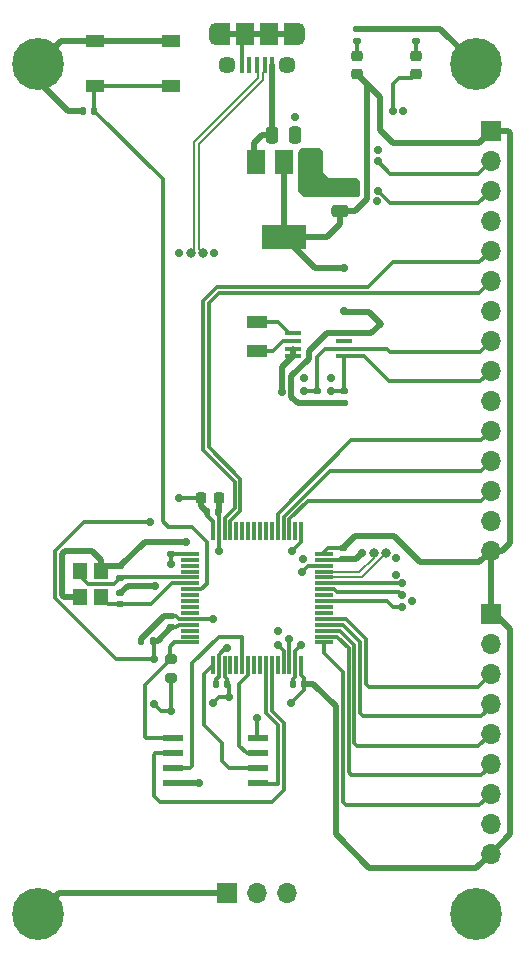
<source format=gbr>
%TF.GenerationSoftware,KiCad,Pcbnew,(6.0.9)*%
%TF.CreationDate,2022-12-01T17:51:06-05:00*%
%TF.ProjectId,cdh-devkit,6364682d-6465-4766-9b69-742e6b696361,rev?*%
%TF.SameCoordinates,Original*%
%TF.FileFunction,Copper,L1,Top*%
%TF.FilePolarity,Positive*%
%FSLAX46Y46*%
G04 Gerber Fmt 4.6, Leading zero omitted, Abs format (unit mm)*
G04 Created by KiCad (PCBNEW (6.0.9)) date 2022-12-01 17:51:06*
%MOMM*%
%LPD*%
G01*
G04 APERTURE LIST*
G04 Aperture macros list*
%AMRoundRect*
0 Rectangle with rounded corners*
0 $1 Rounding radius*
0 $2 $3 $4 $5 $6 $7 $8 $9 X,Y pos of 4 corners*
0 Add a 4 corners polygon primitive as box body*
4,1,4,$2,$3,$4,$5,$6,$7,$8,$9,$2,$3,0*
0 Add four circle primitives for the rounded corners*
1,1,$1+$1,$2,$3*
1,1,$1+$1,$4,$5*
1,1,$1+$1,$6,$7*
1,1,$1+$1,$8,$9*
0 Add four rect primitives between the rounded corners*
20,1,$1+$1,$2,$3,$4,$5,0*
20,1,$1+$1,$4,$5,$6,$7,0*
20,1,$1+$1,$6,$7,$8,$9,0*
20,1,$1+$1,$8,$9,$2,$3,0*%
G04 Aperture macros list end*
%TA.AperFunction,SMDPad,CuDef*%
%ADD10R,1.500000X1.900000*%
%TD*%
%TA.AperFunction,ComponentPad*%
%ADD11C,1.450000*%
%TD*%
%TA.AperFunction,SMDPad,CuDef*%
%ADD12R,1.200000X1.900000*%
%TD*%
%TA.AperFunction,ComponentPad*%
%ADD13O,1.200000X1.900000*%
%TD*%
%TA.AperFunction,SMDPad,CuDef*%
%ADD14R,0.400000X1.350000*%
%TD*%
%TA.AperFunction,ComponentPad*%
%ADD15C,4.400000*%
%TD*%
%TA.AperFunction,SMDPad,CuDef*%
%ADD16R,1.600000X1.000000*%
%TD*%
%TA.AperFunction,ComponentPad*%
%ADD17R,1.700000X1.700000*%
%TD*%
%TA.AperFunction,ComponentPad*%
%ADD18O,1.700000X1.700000*%
%TD*%
%TA.AperFunction,SMDPad,CuDef*%
%ADD19RoundRect,0.250000X-0.250000X-0.475000X0.250000X-0.475000X0.250000X0.475000X-0.250000X0.475000X0*%
%TD*%
%TA.AperFunction,SMDPad,CuDef*%
%ADD20RoundRect,0.200000X0.275000X-0.200000X0.275000X0.200000X-0.275000X0.200000X-0.275000X-0.200000X0*%
%TD*%
%TA.AperFunction,SMDPad,CuDef*%
%ADD21RoundRect,0.140000X0.140000X0.170000X-0.140000X0.170000X-0.140000X-0.170000X0.140000X-0.170000X0*%
%TD*%
%TA.AperFunction,SMDPad,CuDef*%
%ADD22RoundRect,0.135000X0.185000X-0.135000X0.185000X0.135000X-0.185000X0.135000X-0.185000X-0.135000X0*%
%TD*%
%TA.AperFunction,SMDPad,CuDef*%
%ADD23R,1.371600X0.406400*%
%TD*%
%TA.AperFunction,SMDPad,CuDef*%
%ADD24RoundRect,0.140000X-0.140000X-0.170000X0.140000X-0.170000X0.140000X0.170000X-0.140000X0.170000X0*%
%TD*%
%TA.AperFunction,SMDPad,CuDef*%
%ADD25RoundRect,0.140000X0.170000X-0.140000X0.170000X0.140000X-0.170000X0.140000X-0.170000X-0.140000X0*%
%TD*%
%TA.AperFunction,SMDPad,CuDef*%
%ADD26RoundRect,0.225000X-0.225000X-0.250000X0.225000X-0.250000X0.225000X0.250000X-0.225000X0.250000X0*%
%TD*%
%TA.AperFunction,SMDPad,CuDef*%
%ADD27RoundRect,0.140000X-0.170000X0.140000X-0.170000X-0.140000X0.170000X-0.140000X0.170000X0.140000X0*%
%TD*%
%TA.AperFunction,SMDPad,CuDef*%
%ADD28R,1.200000X1.400000*%
%TD*%
%TA.AperFunction,SMDPad,CuDef*%
%ADD29RoundRect,0.075000X-0.700000X-0.075000X0.700000X-0.075000X0.700000X0.075000X-0.700000X0.075000X0*%
%TD*%
%TA.AperFunction,SMDPad,CuDef*%
%ADD30RoundRect,0.075000X-0.075000X-0.700000X0.075000X-0.700000X0.075000X0.700000X-0.075000X0.700000X0*%
%TD*%
%TA.AperFunction,SMDPad,CuDef*%
%ADD31RoundRect,0.040600X-0.764400X-0.249400X0.764400X-0.249400X0.764400X0.249400X-0.764400X0.249400X0*%
%TD*%
%TA.AperFunction,SMDPad,CuDef*%
%ADD32RoundRect,0.218750X-0.256250X0.218750X-0.256250X-0.218750X0.256250X-0.218750X0.256250X0.218750X0*%
%TD*%
%TA.AperFunction,SMDPad,CuDef*%
%ADD33R,1.800000X1.000000*%
%TD*%
%TA.AperFunction,SMDPad,CuDef*%
%ADD34RoundRect,0.135000X-0.185000X0.135000X-0.185000X-0.135000X0.185000X-0.135000X0.185000X0.135000X0*%
%TD*%
%TA.AperFunction,SMDPad,CuDef*%
%ADD35R,1.500000X2.000000*%
%TD*%
%TA.AperFunction,SMDPad,CuDef*%
%ADD36R,3.800000X2.000000*%
%TD*%
%TA.AperFunction,SMDPad,CuDef*%
%ADD37RoundRect,0.250000X0.475000X-0.250000X0.475000X0.250000X-0.475000X0.250000X-0.475000X-0.250000X0*%
%TD*%
%TA.AperFunction,ViaPad*%
%ADD38C,0.700000*%
%TD*%
%TA.AperFunction,ViaPad*%
%ADD39C,0.800000*%
%TD*%
%TA.AperFunction,Conductor*%
%ADD40C,0.500000*%
%TD*%
%TA.AperFunction,Conductor*%
%ADD41C,0.200000*%
%TD*%
%TA.AperFunction,Conductor*%
%ADD42C,0.300000*%
%TD*%
G04 APERTURE END LIST*
D10*
%TO.P,J4,6,Shield*%
%TO.N,GND*%
X36500000Y-16452500D03*
D11*
X35000000Y-19152500D03*
D12*
X40400000Y-16452500D03*
D13*
X41000000Y-16452500D03*
D11*
X40000000Y-19152500D03*
D13*
X34000000Y-16452500D03*
D12*
X34600000Y-16452500D03*
D10*
X38500000Y-16452500D03*
D14*
%TO.P,J4,5,GND*%
X36200000Y-19152500D03*
%TO.P,J4,4,ID*%
%TO.N,unconnected-(J4-Pad4)*%
X36850000Y-19152500D03*
%TO.P,J4,3,D+*%
%TO.N,D+*%
X37500000Y-19152500D03*
%TO.P,J4,2,D-*%
%TO.N,D-*%
X38150000Y-19152500D03*
%TO.P,J4,1,VBUS*%
%TO.N,VBUS*%
X38800000Y-19152500D03*
%TD*%
D15*
%TO.P,H1,1,1*%
%TO.N,GND*%
X19000000Y-19000000D03*
%TD*%
D16*
%TO.P,S1,1*%
%TO.N,Net-(C11-Pad1)*%
X30200000Y-20900000D03*
%TO.P,S1,2*%
X23800000Y-20900000D03*
%TO.P,S1,3*%
%TO.N,GND*%
X30200000Y-17100000D03*
%TO.P,S1,4*%
X23800000Y-17100000D03*
%TD*%
D17*
%TO.P,J3,1,Pin_1*%
%TO.N,+3.3V*%
X57280262Y-65560000D03*
D18*
%TO.P,J3,2,Pin_2*%
%TO.N,GND*%
X57280262Y-68100000D03*
%TO.P,J3,3,Pin_3*%
%TO.N,GPIO_1*%
X57280262Y-70640000D03*
%TO.P,J3,4,Pin_4*%
%TO.N,GPIO_2*%
X57280262Y-73180000D03*
%TO.P,J3,5,Pin_5*%
%TO.N,GPIO_3*%
X57280262Y-75720000D03*
%TO.P,J3,6,Pin_6*%
%TO.N,GPIO_4*%
X57280262Y-78260000D03*
%TO.P,J3,7,Pin_7*%
%TO.N,GPIO_5*%
X57280262Y-80800000D03*
%TO.P,J3,8,Pin_8*%
%TO.N,GND*%
X57280262Y-83340000D03*
%TO.P,J3,9,Pin_9*%
%TO.N,+3.3V*%
X57280262Y-85880000D03*
%TD*%
D15*
%TO.P,H2,1,1*%
%TO.N,GND*%
X56000000Y-91000000D03*
%TD*%
%TO.P,H4,1,1*%
%TO.N,GND*%
X19000000Y-91000000D03*
%TD*%
D19*
%TO.P,C2,1*%
%TO.N,VBUS*%
X38800000Y-25000000D03*
%TO.P,C2,2*%
%TO.N,GND*%
X40700000Y-25000000D03*
%TD*%
D20*
%TO.P,R5,1*%
%TO.N,+3.3V*%
X30200000Y-71025000D03*
%TO.P,R5,2*%
%TO.N,QSPI_NCS*%
X30200000Y-69375000D03*
%TD*%
D21*
%TO.P,C7,1*%
%TO.N,+3.3V*%
X34980000Y-71500000D03*
%TO.P,C7,2*%
%TO.N,GND*%
X34020000Y-71500000D03*
%TD*%
D17*
%TO.P,J1,1,Pin_1*%
%TO.N,GND*%
X34975000Y-89250000D03*
D18*
%TO.P,J1,2,Pin_2*%
%TO.N,SWCLK*%
X37515000Y-89250000D03*
%TO.P,J1,3,Pin_3*%
%TO.N,SWDIO*%
X40055000Y-89250000D03*
%TD*%
D22*
%TO.P,R1,1*%
%TO.N,/USB_LED_K*%
X51000000Y-17045000D03*
%TO.P,R1,2*%
%TO.N,GND*%
X51000000Y-16025000D03*
%TD*%
D23*
%TO.P,U4,1,X1*%
%TO.N,Net-(U4-Pad1)*%
X40515600Y-41809400D03*
%TO.P,U4,2,X2*%
%TO.N,Net-(U4-Pad2)*%
X40515600Y-42469800D03*
%TO.P,U4,3,VBACKUP*%
%TO.N,GND*%
X40515600Y-43130200D03*
%TO.P,U4,4,GND*%
X40515600Y-43790600D03*
%TO.P,U4,5,SDA*%
%TO.N,I2C_SDA*%
X44884400Y-43790600D03*
%TO.P,U4,6,SCL*%
%TO.N,I2C_SCL*%
X44884400Y-43130200D03*
%TO.P,U4,7,SQW/INT#*%
%TO.N,unconnected-(U4-Pad7)*%
X44884400Y-42469800D03*
%TO.P,U4,8,VCC*%
%TO.N,+3.3V*%
X44884400Y-41809400D03*
%TD*%
D21*
%TO.P,C9,1*%
%TO.N,+3.3V*%
X41480000Y-71500000D03*
%TO.P,C9,2*%
%TO.N,GND*%
X40520000Y-71500000D03*
%TD*%
D17*
%TO.P,J2,1,Pin_1*%
%TO.N,+3.3V*%
X57280262Y-24680000D03*
D18*
%TO.P,J2,2,Pin_2*%
%TO.N,UART_TX*%
X57280262Y-27220000D03*
%TO.P,J2,3,Pin_3*%
%TO.N,UART_RX*%
X57280262Y-29760000D03*
%TO.P,J2,4,Pin_4*%
%TO.N,GND*%
X57280262Y-32300000D03*
%TO.P,J2,5,Pin_5*%
%TO.N,CAN_TX*%
X57280262Y-34840000D03*
%TO.P,J2,6,Pin_6*%
%TO.N,CAN_RX*%
X57280262Y-37380000D03*
%TO.P,J2,7,Pin_7*%
%TO.N,GND*%
X57280262Y-39920000D03*
%TO.P,J2,8,Pin_8*%
%TO.N,I2C_SCL*%
X57280262Y-42460000D03*
%TO.P,J2,9,Pin_9*%
%TO.N,I2C_SDA*%
X57280262Y-45000000D03*
%TO.P,J2,10,Pin_10*%
%TO.N,GND*%
X57280262Y-47540000D03*
%TO.P,J2,11,Pin_11*%
%TO.N,SPI_MOSI*%
X57280262Y-50080000D03*
%TO.P,J2,12,Pin_12*%
%TO.N,SPI_MISO*%
X57280262Y-52620000D03*
%TO.P,J2,13,Pin_13*%
%TO.N,SPI_SCK*%
X57280262Y-55160000D03*
%TO.P,J2,14,Pin_14*%
%TO.N,GND*%
X57280262Y-57700000D03*
%TO.P,J2,15,Pin_15*%
%TO.N,+3.3V*%
X57280262Y-60240000D03*
%TD*%
D24*
%TO.P,C10,1*%
%TO.N,+3.3V*%
X33270000Y-57000000D03*
%TO.P,C10,2*%
%TO.N,GND*%
X34230000Y-57000000D03*
%TD*%
D15*
%TO.P,H3,1,1*%
%TO.N,GND*%
X56000000Y-19000000D03*
%TD*%
D22*
%TO.P,R2,1*%
%TO.N,/PWR_LED_K*%
X46000000Y-17045000D03*
%TO.P,R2,2*%
%TO.N,GND*%
X46000000Y-16025000D03*
%TD*%
D25*
%TO.P,C8,1*%
%TO.N,/OSC_OUT*%
X25925000Y-64780000D03*
%TO.P,C8,2*%
%TO.N,GND*%
X25925000Y-63820000D03*
%TD*%
D26*
%TO.P,C1,1*%
%TO.N,+3.3V*%
X32725000Y-55750000D03*
%TO.P,C1,2*%
%TO.N,GND*%
X34275000Y-55750000D03*
%TD*%
D27*
%TO.P,C3,1*%
%TO.N,+3.3V*%
X44750000Y-60020000D03*
%TO.P,C3,2*%
%TO.N,GND*%
X44750000Y-60980000D03*
%TD*%
D28*
%TO.P,Y1,1,1*%
%TO.N,/OSC_IN*%
X22550000Y-61975000D03*
%TO.P,Y1,2,2*%
%TO.N,GND*%
X22550000Y-64175000D03*
%TO.P,Y1,3,3*%
%TO.N,/OSC_OUT*%
X24250000Y-64175000D03*
%TO.P,Y1,4,4*%
%TO.N,GND*%
X24250000Y-61975000D03*
%TD*%
D29*
%TO.P,U2,1,VBAT*%
%TO.N,+3.3V*%
X31825000Y-60500000D03*
%TO.P,U2,2,PC13*%
%TO.N,unconnected-(U2-Pad2)*%
X31825000Y-61000000D03*
%TO.P,U2,3,PC14*%
%TO.N,unconnected-(U2-Pad3)*%
X31825000Y-61500000D03*
%TO.P,U2,4,PC15*%
%TO.N,unconnected-(U2-Pad4)*%
X31825000Y-62000000D03*
%TO.P,U2,5,PH0*%
%TO.N,/OSC_IN*%
X31825000Y-62500000D03*
%TO.P,U2,6,PH1*%
%TO.N,/OSC_OUT*%
X31825000Y-63000000D03*
%TO.P,U2,7,NRST*%
%TO.N,Net-(C11-Pad1)*%
X31825000Y-63500000D03*
%TO.P,U2,8,PC0*%
%TO.N,unconnected-(U2-Pad8)*%
X31825000Y-64000000D03*
%TO.P,U2,9,PC1*%
%TO.N,unconnected-(U2-Pad9)*%
X31825000Y-64500000D03*
%TO.P,U2,10,PC2*%
%TO.N,unconnected-(U2-Pad10)*%
X31825000Y-65000000D03*
%TO.P,U2,11,PC3*%
%TO.N,unconnected-(U2-Pad11)*%
X31825000Y-65500000D03*
%TO.P,U2,12,VSSA*%
%TO.N,GND*%
X31825000Y-66000000D03*
%TO.P,U2,13,VDDA*%
%TO.N,+3.3V*%
X31825000Y-66500000D03*
%TO.P,U2,14,PA0*%
%TO.N,unconnected-(U2-Pad14)*%
X31825000Y-67000000D03*
%TO.P,U2,15,PA1*%
%TO.N,unconnected-(U2-Pad15)*%
X31825000Y-67500000D03*
%TO.P,U2,16,PA2*%
%TO.N,QSPI_NCS*%
X31825000Y-68000000D03*
D30*
%TO.P,U2,17,PA3*%
%TO.N,QSPI_CLK*%
X33750000Y-69925000D03*
%TO.P,U2,18,VSS*%
%TO.N,GND*%
X34250000Y-69925000D03*
%TO.P,U2,19,VDD*%
%TO.N,+3.3V*%
X34750000Y-69925000D03*
%TO.P,U2,20,PA4*%
%TO.N,unconnected-(U2-Pad20)*%
X35250000Y-69925000D03*
%TO.P,U2,21,PA5*%
%TO.N,unconnected-(U2-Pad21)*%
X35750000Y-69925000D03*
%TO.P,U2,22,PA6*%
%TO.N,QSPI_IO_2*%
X36250000Y-69925000D03*
%TO.P,U2,23,PA7*%
%TO.N,QSPI_IO_3*%
X36750000Y-69925000D03*
%TO.P,U2,24,PC4*%
%TO.N,unconnected-(U2-Pad24)*%
X37250000Y-69925000D03*
%TO.P,U2,25,PC5*%
%TO.N,unconnected-(U2-Pad25)*%
X37750000Y-69925000D03*
%TO.P,U2,26,PB0*%
%TO.N,QSPI_IO_0*%
X38250000Y-69925000D03*
%TO.P,U2,27,PB1*%
%TO.N,QSPI_IO_1*%
X38750000Y-69925000D03*
%TO.P,U2,28,PB2*%
%TO.N,unconnected-(U2-Pad28)*%
X39250000Y-69925000D03*
%TO.P,U2,29,PB10*%
%TO.N,I2C_SCL*%
X39750000Y-69925000D03*
%TO.P,U2,30,PB11*%
%TO.N,I2C_SDA*%
X40250000Y-69925000D03*
%TO.P,U2,31,VSS*%
%TO.N,GND*%
X40750000Y-69925000D03*
%TO.P,U2,32,VDD*%
%TO.N,+3.3V*%
X41250000Y-69925000D03*
D29*
%TO.P,U2,33,PB12*%
%TO.N,GPIO_5*%
X43175000Y-68000000D03*
%TO.P,U2,34,PB13*%
%TO.N,GPIO_4*%
X43175000Y-67500000D03*
%TO.P,U2,35,PB14*%
%TO.N,GPIO_3*%
X43175000Y-67000000D03*
%TO.P,U2,36,PB15*%
%TO.N,GPIO_2*%
X43175000Y-66500000D03*
%TO.P,U2,37,PC6*%
%TO.N,GPIO_1*%
X43175000Y-66000000D03*
%TO.P,U2,38,PC7*%
%TO.N,unconnected-(U2-Pad38)*%
X43175000Y-65500000D03*
%TO.P,U2,39,PC8*%
%TO.N,unconnected-(U2-Pad39)*%
X43175000Y-65000000D03*
%TO.P,U2,40,PC9*%
%TO.N,/USB_NOE*%
X43175000Y-64500000D03*
%TO.P,U2,41,PA8*%
%TO.N,unconnected-(U2-Pad41)*%
X43175000Y-64000000D03*
%TO.P,U2,42,PA9*%
%TO.N,UART_TX*%
X43175000Y-63500000D03*
%TO.P,U2,43,PA10*%
%TO.N,UART_RX*%
X43175000Y-63000000D03*
%TO.P,U2,44,PA11*%
%TO.N,D-*%
X43175000Y-62500000D03*
%TO.P,U2,45,PA12*%
%TO.N,D+*%
X43175000Y-62000000D03*
%TO.P,U2,46,PA13*%
%TO.N,SWDIO*%
X43175000Y-61500000D03*
%TO.P,U2,47,VSS*%
%TO.N,GND*%
X43175000Y-61000000D03*
%TO.P,U2,48,VDDUSB*%
%TO.N,+3.3V*%
X43175000Y-60500000D03*
D30*
%TO.P,U2,49,PA14*%
%TO.N,SWCLK*%
X41250000Y-58575000D03*
%TO.P,U2,50,PA15*%
%TO.N,unconnected-(U2-Pad50)*%
X40750000Y-58575000D03*
%TO.P,U2,51,PC10*%
%TO.N,SPI_SCK*%
X40250000Y-58575000D03*
%TO.P,U2,52,PC11*%
%TO.N,SPI_MISO*%
X39750000Y-58575000D03*
%TO.P,U2,53,PC12*%
%TO.N,SPI_MOSI*%
X39250000Y-58575000D03*
%TO.P,U2,54,PD2*%
%TO.N,unconnected-(U2-Pad54)*%
X38750000Y-58575000D03*
%TO.P,U2,55,PB3*%
%TO.N,unconnected-(U2-Pad55)*%
X38250000Y-58575000D03*
%TO.P,U2,56,PB4*%
%TO.N,unconnected-(U2-Pad56)*%
X37750000Y-58575000D03*
%TO.P,U2,57,PB5*%
%TO.N,unconnected-(U2-Pad57)*%
X37250000Y-58575000D03*
%TO.P,U2,58,PB6*%
%TO.N,unconnected-(U2-Pad58)*%
X36750000Y-58575000D03*
%TO.P,U2,59,PB7*%
%TO.N,unconnected-(U2-Pad59)*%
X36250000Y-58575000D03*
%TO.P,U2,60,PH3*%
%TO.N,unconnected-(U2-Pad60)*%
X35750000Y-58575000D03*
%TO.P,U2,61,PB8*%
%TO.N,CAN_RX*%
X35250000Y-58575000D03*
%TO.P,U2,62,PB9*%
%TO.N,CAN_TX*%
X34750000Y-58575000D03*
%TO.P,U2,63,VSS*%
%TO.N,GND*%
X34250000Y-58575000D03*
%TO.P,U2,64,VDD*%
%TO.N,+3.3V*%
X33750000Y-58575000D03*
%TD*%
D21*
%TO.P,C13,1*%
%TO.N,+3.3V*%
X28680000Y-67900000D03*
%TO.P,C13,2*%
%TO.N,GND*%
X27720000Y-67900000D03*
%TD*%
D31*
%TO.P,U3,1,CS#*%
%TO.N,QSPI_NCS*%
X30395000Y-76095000D03*
%TO.P,U3,2,SIO1*%
%TO.N,QSPI_IO_1*%
X30395000Y-77365000D03*
%TO.P,U3,3,SIO2*%
%TO.N,QSPI_IO_2*%
X30395000Y-78635000D03*
%TO.P,U3,4,GND*%
%TO.N,GND*%
X30395000Y-79905000D03*
%TO.P,U3,5,SIO0*%
%TO.N,QSPI_IO_0*%
X37605000Y-79905000D03*
%TO.P,U3,6,SCLK*%
%TO.N,QSPI_CLK*%
X37605000Y-78635000D03*
%TO.P,U3,7,SIO3*%
%TO.N,QSPI_IO_3*%
X37605000Y-77365000D03*
%TO.P,U3,8,VCC*%
%TO.N,+3.3V*%
X37605000Y-76095000D03*
%TD*%
D32*
%TO.P,D2,1,K*%
%TO.N,/USB_LED_K*%
X51000000Y-18312500D03*
%TO.P,D2,2,A*%
%TO.N,/USB_NOE*%
X51000000Y-19887500D03*
%TD*%
D25*
%TO.P,C5,1*%
%TO.N,+3.3V*%
X30250000Y-60480000D03*
%TO.P,C5,2*%
%TO.N,GND*%
X30250000Y-59520000D03*
%TD*%
D33*
%TO.P,Y2,1*%
%TO.N,Net-(U4-Pad1)*%
X37500000Y-40850000D03*
%TO.P,Y2,2*%
%TO.N,Net-(U4-Pad2)*%
X37500000Y-43350000D03*
%TD*%
D34*
%TO.P,R3,1*%
%TO.N,I2C_SDA*%
X44900000Y-46740000D03*
%TO.P,R3,2*%
%TO.N,+3.3V*%
X44900000Y-47760000D03*
%TD*%
D25*
%TO.P,C12,1*%
%TO.N,+3.3V*%
X30250000Y-66730000D03*
%TO.P,C12,2*%
%TO.N,GND*%
X30250000Y-65770000D03*
%TD*%
D21*
%TO.P,C11,1*%
%TO.N,Net-(C11-Pad1)*%
X23730000Y-23000000D03*
%TO.P,C11,2*%
%TO.N,GND*%
X22770000Y-23000000D03*
%TD*%
D35*
%TO.P,U1,1,GND*%
%TO.N,GND*%
X42050000Y-27350000D03*
%TO.P,U1,2,VO*%
%TO.N,+3.3V*%
X39750000Y-27350000D03*
D36*
X39750000Y-33650000D03*
D35*
%TO.P,U1,3,VI*%
%TO.N,VBUS*%
X37450000Y-27350000D03*
%TD*%
D34*
%TO.P,R4,1*%
%TO.N,I2C_SCL*%
X42600000Y-46750000D03*
%TO.P,R4,2*%
%TO.N,+3.3V*%
X42600000Y-47770000D03*
%TD*%
D32*
%TO.P,D1,1,K*%
%TO.N,/PWR_LED_K*%
X46000000Y-18312500D03*
%TO.P,D1,2,A*%
%TO.N,+3.3V*%
X46000000Y-19887500D03*
%TD*%
D25*
%TO.P,C4,1*%
%TO.N,/OSC_IN*%
X25925000Y-62530000D03*
%TO.P,C4,2*%
%TO.N,GND*%
X25925000Y-61570000D03*
%TD*%
D37*
%TO.P,C6,1*%
%TO.N,+3.3V*%
X44500000Y-31450000D03*
%TO.P,C6,2*%
%TO.N,GND*%
X44500000Y-29550000D03*
%TD*%
D38*
%TO.N,GND*%
X47655378Y-30644622D03*
X45900000Y-29600000D03*
X42500000Y-29000000D03*
X41600000Y-29000000D03*
X30925497Y-35000000D03*
X33874503Y-35000000D03*
D39*
%TO.N,D+*%
X47375000Y-60400000D03*
%TO.N,D-*%
X48425000Y-60400000D03*
%TO.N,D+*%
X31875000Y-35000000D03*
%TO.N,D-*%
X32925000Y-35000000D03*
D38*
%TO.N,+3.3V*%
X28400000Y-57800000D03*
X28800000Y-69400000D03*
X28800000Y-73200000D03*
X30200000Y-61400000D03*
X30200000Y-73800000D03*
X35100000Y-72600000D03*
X40400000Y-73100000D03*
X30900000Y-55800000D03*
X37500000Y-74400000D03*
X44900000Y-39900000D03*
X33800000Y-73100000D03*
X44900000Y-36300000D03*
%TO.N,GND*%
X32600000Y-79900000D03*
X41250000Y-68250000D03*
X39600500Y-46788661D03*
X41500000Y-45600000D03*
X28900000Y-63200000D03*
X34250000Y-60250000D03*
X49899503Y-23000000D03*
X33750000Y-66000000D03*
X31500000Y-59500000D03*
X39250000Y-67000000D03*
X41400000Y-60900000D03*
X43750000Y-45600000D03*
X47750000Y-26350497D03*
X50600000Y-64500000D03*
X49227521Y-62267798D03*
X35000000Y-68500000D03*
X49241849Y-60884059D03*
X46425497Y-60400000D03*
X40750000Y-23500000D03*
%TO.N,UART_TX*%
X49750000Y-64000000D03*
X47750000Y-27250000D03*
%TO.N,UART_RX*%
X47750000Y-29750000D03*
X49750000Y-63000000D03*
%TO.N,I2C_SDA*%
X40250000Y-67750000D03*
X43750000Y-46750000D03*
%TO.N,I2C_SCL*%
X41500000Y-46750000D03*
X39250000Y-68250000D03*
%TO.N,SWDIO*%
X41300000Y-62000000D03*
%TO.N,SWCLK*%
X40500000Y-60250000D03*
%TO.N,/USB_NOE*%
X49750000Y-65000000D03*
X49000000Y-23000000D03*
%TD*%
D40*
%TO.N,+3.3V*%
X57280262Y-65560000D02*
X57610000Y-65560000D01*
X57610000Y-65560000D02*
X58900000Y-66850000D01*
X58900000Y-66850000D02*
X58900000Y-84260262D01*
X58900000Y-84260262D02*
X57280262Y-85880000D01*
X58900000Y-24860000D02*
X58720000Y-24680000D01*
X58720000Y-24680000D02*
X57280262Y-24680000D01*
X58900000Y-24860000D02*
X58900000Y-59600000D01*
X58900000Y-59600000D02*
X58260000Y-60240000D01*
X58260000Y-60240000D02*
X57280262Y-60240000D01*
X57280262Y-60240000D02*
X56320262Y-61200000D01*
X56320262Y-61200000D02*
X51300000Y-61200000D01*
X51300000Y-61200000D02*
X49100000Y-59000000D01*
X49100000Y-59000000D02*
X45770000Y-59000000D01*
X45770000Y-59000000D02*
X44750000Y-60020000D01*
X44500000Y-31450000D02*
X45800000Y-31450000D01*
X45800000Y-31450000D02*
X46800000Y-30450000D01*
X46800000Y-30450000D02*
X46800000Y-20687500D01*
X46800000Y-20687500D02*
X46000000Y-19887500D01*
%TO.N,GND*%
X46425497Y-60400000D02*
X45845497Y-60980000D01*
X45845497Y-60980000D02*
X44750000Y-60980000D01*
D41*
%TO.N,D+*%
X47375000Y-60400000D02*
X47375000Y-60813603D01*
X47375000Y-60813603D02*
X46163604Y-62024999D01*
X46163604Y-62024999D02*
X43199999Y-62024999D01*
%TO.N,D-*%
X48425000Y-60400000D02*
X46349999Y-62475001D01*
X46349999Y-62475001D02*
X43199999Y-62475001D01*
X43199999Y-62475001D02*
X43175000Y-62500000D01*
X38050000Y-20368200D02*
X32625001Y-25793199D01*
X38050000Y-19727500D02*
X38050000Y-20368200D01*
X32625001Y-25793199D02*
X32625001Y-34700001D01*
X38150000Y-19152500D02*
X38150000Y-19627500D01*
X38150000Y-19627500D02*
X38050000Y-19727500D01*
%TO.N,D+*%
X32174999Y-34700001D02*
X31875000Y-35000000D01*
X37600000Y-19727500D02*
X37600000Y-20181800D01*
X37600000Y-20181800D02*
X32174999Y-25606801D01*
X37500000Y-19627500D02*
X37600000Y-19727500D01*
X37500000Y-19152500D02*
X37500000Y-19627500D01*
X32174999Y-25606801D02*
X32174999Y-34700001D01*
%TO.N,D-*%
X32625001Y-34700001D02*
X32925000Y-35000000D01*
D42*
%TO.N,GND*%
X36200000Y-19152500D02*
X36200000Y-16752500D01*
X36200000Y-16752500D02*
X36500000Y-16452500D01*
%TO.N,QSPI_IO_0*%
X39250000Y-80000000D02*
X37700000Y-80000000D01*
X38250000Y-74000000D02*
X39250000Y-75000000D01*
X37700000Y-80000000D02*
X37605000Y-79905000D01*
X39250000Y-75000000D02*
X39250000Y-80000000D01*
X38250000Y-69925000D02*
X38250000Y-74000000D01*
D40*
%TO.N,GND*%
X34600000Y-16452500D02*
X34000000Y-16452500D01*
X34600000Y-16452500D02*
X40400000Y-16452500D01*
%TO.N,VBUS*%
X38800000Y-19152500D02*
X38800000Y-25000000D01*
%TO.N,+3.3V*%
X44884400Y-41809400D02*
X47190600Y-41809400D01*
X47000000Y-40000000D02*
X45000000Y-40000000D01*
X45000000Y-40000000D02*
X44900000Y-39900000D01*
X47190600Y-41809400D02*
X48000000Y-41000000D01*
X48000000Y-41000000D02*
X47000000Y-40000000D01*
%TO.N,VBUS*%
X37250000Y-27150000D02*
X37250000Y-25687500D01*
X37450000Y-27350000D02*
X37250000Y-27150000D01*
X37250000Y-25687500D02*
X37937500Y-25000000D01*
X37937500Y-25000000D02*
X38800000Y-25000000D01*
%TO.N,+3.3V*%
X42400000Y-36300000D02*
X39750000Y-33650000D01*
D42*
X22851472Y-57800000D02*
X28400000Y-57800000D01*
D40*
X44500000Y-32600000D02*
X44500000Y-31450000D01*
D42*
X30200000Y-73800000D02*
X30200000Y-71025000D01*
D40*
X44150000Y-73400000D02*
X42250000Y-71500000D01*
D42*
X30900000Y-66500000D02*
X30670000Y-66730000D01*
D40*
X29080000Y-67900000D02*
X30250000Y-66730000D01*
D42*
X34980000Y-71130000D02*
X34980000Y-71500000D01*
X33750000Y-58575000D02*
X33750000Y-57750000D01*
X35100000Y-72600000D02*
X34300000Y-72600000D01*
X31825000Y-60500000D02*
X30270000Y-60500000D01*
D40*
X41900000Y-43300000D02*
X41900000Y-43968629D01*
X49000000Y-25700000D02*
X56260262Y-25700000D01*
X28680000Y-67900000D02*
X29080000Y-67900000D01*
D42*
X30200000Y-61400000D02*
X30200000Y-60530000D01*
X30670000Y-66730000D02*
X30250000Y-66730000D01*
D40*
X47900000Y-21787500D02*
X47900000Y-24600000D01*
X44900000Y-36300000D02*
X42400000Y-36300000D01*
D42*
X43175000Y-60500000D02*
X43175000Y-60325000D01*
X33750000Y-57750000D02*
X33270000Y-57270000D01*
X41250000Y-70750000D02*
X41500000Y-71000000D01*
X28800000Y-69400000D02*
X25551472Y-69400000D01*
D40*
X39750000Y-27350000D02*
X39750000Y-33650000D01*
D42*
X35100000Y-71620000D02*
X34980000Y-71500000D01*
X41500000Y-71000000D02*
X41500000Y-71480000D01*
X33270000Y-57270000D02*
X33270000Y-57000000D01*
X43175000Y-60325000D02*
X43500000Y-60000000D01*
X37500000Y-75990000D02*
X37605000Y-76095000D01*
D40*
X32725000Y-55750000D02*
X32725000Y-56455000D01*
X56260262Y-25700000D02*
X57280262Y-24680000D01*
X40400000Y-45468629D02*
X40400000Y-47200000D01*
X42250000Y-71500000D02*
X41480000Y-71500000D01*
D42*
X41250000Y-69925000D02*
X41250000Y-70750000D01*
X30200000Y-60530000D02*
X30250000Y-60480000D01*
X34300000Y-72600000D02*
X33800000Y-73100000D01*
D40*
X42600000Y-47770000D02*
X44890000Y-47770000D01*
X47000000Y-87100000D02*
X44150000Y-84250000D01*
D42*
X28800000Y-69400000D02*
X28800000Y-68020000D01*
D40*
X32725000Y-56455000D02*
X33270000Y-57000000D01*
D42*
X41480000Y-72020000D02*
X40400000Y-73100000D01*
X30200000Y-73800000D02*
X29400000Y-73800000D01*
X41500000Y-71480000D02*
X41480000Y-71500000D01*
D40*
X57280262Y-65560000D02*
X57810000Y-65560000D01*
X46000000Y-19887500D02*
X47900000Y-21787500D01*
X44884400Y-41809400D02*
X43390600Y-41809400D01*
X56060262Y-87100000D02*
X47000000Y-87100000D01*
D42*
X34750000Y-70900000D02*
X34980000Y-71130000D01*
X31825000Y-66500000D02*
X30900000Y-66500000D01*
X29400000Y-73800000D02*
X28800000Y-73200000D01*
X30900000Y-55800000D02*
X32675000Y-55800000D01*
D40*
X40970000Y-47770000D02*
X42600000Y-47770000D01*
D42*
X20400000Y-64248528D02*
X20400000Y-60251472D01*
D40*
X40400000Y-47200000D02*
X40970000Y-47770000D01*
D42*
X34750000Y-69925000D02*
X34750000Y-70900000D01*
X20400000Y-60251472D02*
X22851472Y-57800000D01*
D40*
X57280262Y-65560000D02*
X57280262Y-60240000D01*
X57280262Y-85880000D02*
X56060262Y-87100000D01*
X39750000Y-33650000D02*
X43450000Y-33650000D01*
X47900000Y-24600000D02*
X49000000Y-25700000D01*
X44150000Y-84250000D02*
X44150000Y-73400000D01*
D42*
X35100000Y-72600000D02*
X35100000Y-71620000D01*
X30270000Y-60500000D02*
X30250000Y-60480000D01*
X37500000Y-74400000D02*
X37500000Y-75990000D01*
X32675000Y-55800000D02*
X32725000Y-55750000D01*
X28800000Y-68020000D02*
X28680000Y-67900000D01*
D40*
X43390600Y-41809400D02*
X41900000Y-43300000D01*
X41900000Y-43968629D02*
X40400000Y-45468629D01*
D42*
X41480000Y-71500000D02*
X41480000Y-72020000D01*
D40*
X43450000Y-33650000D02*
X44500000Y-32600000D01*
D42*
X43500000Y-60000000D02*
X44730000Y-60000000D01*
X25551472Y-69400000D02*
X20400000Y-64248528D01*
X44730000Y-60000000D02*
X44750000Y-60020000D01*
D40*
%TO.N,GND*%
X19000000Y-19000000D02*
X20900000Y-17100000D01*
X34275000Y-55750000D02*
X34275000Y-56955000D01*
X28900000Y-63200000D02*
X26545000Y-63200000D01*
D42*
X30900000Y-66000000D02*
X30670000Y-65770000D01*
D40*
X30250000Y-59520000D02*
X27975000Y-59520000D01*
X42250000Y-27150000D02*
X42050000Y-27350000D01*
X27975000Y-59520000D02*
X25925000Y-61570000D01*
X23500000Y-60250000D02*
X21250000Y-60250000D01*
D42*
X34250000Y-57020000D02*
X34230000Y-57000000D01*
X35000000Y-68500000D02*
X34798959Y-68500000D01*
X44730000Y-61000000D02*
X44750000Y-60980000D01*
D40*
X30400000Y-79900000D02*
X30395000Y-79905000D01*
X19000000Y-91000000D02*
X20750000Y-89250000D01*
D42*
X34798959Y-68500000D02*
X34250000Y-69048959D01*
D40*
X29630000Y-65770000D02*
X30250000Y-65770000D01*
X21000000Y-64000000D02*
X21175000Y-64175000D01*
X27720000Y-67680000D02*
X29630000Y-65770000D01*
D42*
X31825000Y-66000000D02*
X30900000Y-66000000D01*
D40*
X19000000Y-20500000D02*
X21500000Y-23000000D01*
D42*
X40750000Y-70900000D02*
X40520000Y-71130000D01*
X34250000Y-69925000D02*
X34250000Y-70900000D01*
D40*
X23800000Y-17100000D02*
X30200000Y-17100000D01*
X32600000Y-79900000D02*
X30400000Y-79900000D01*
D42*
X43175000Y-61000000D02*
X44730000Y-61000000D01*
D40*
X19000000Y-19000000D02*
X19000000Y-20500000D01*
D42*
X33750000Y-66000000D02*
X31825000Y-66000000D01*
X34250000Y-69048959D02*
X34250000Y-69500000D01*
X34020000Y-71130000D02*
X34020000Y-71500000D01*
D40*
X24655000Y-61570000D02*
X24250000Y-61975000D01*
X21500000Y-23000000D02*
X22770000Y-23000000D01*
X53025000Y-16025000D02*
X56000000Y-19000000D01*
X21250000Y-60250000D02*
X21000000Y-60500000D01*
X40515600Y-43790600D02*
X40515600Y-43130200D01*
X24250000Y-61975000D02*
X24250000Y-61000000D01*
X21000000Y-60500000D02*
X21000000Y-64000000D01*
X40750000Y-24950000D02*
X40700000Y-25000000D01*
X25925000Y-61570000D02*
X24655000Y-61570000D01*
X46000000Y-16025000D02*
X51000000Y-16025000D01*
D42*
X41250000Y-68250000D02*
X40750000Y-68750000D01*
D40*
X39600500Y-44705700D02*
X40515600Y-43790600D01*
X20900000Y-17100000D02*
X23800000Y-17100000D01*
X21175000Y-64175000D02*
X22550000Y-64175000D01*
D42*
X40750000Y-69925000D02*
X40750000Y-70900000D01*
X34250000Y-70900000D02*
X34020000Y-71130000D01*
X30670000Y-65770000D02*
X30250000Y-65770000D01*
D40*
X20750000Y-89250000D02*
X34975000Y-89250000D01*
D42*
X34250000Y-60250000D02*
X34250000Y-58575000D01*
X40520000Y-71130000D02*
X40520000Y-71500000D01*
D40*
X34275000Y-56955000D02*
X34230000Y-57000000D01*
X24250000Y-61000000D02*
X23500000Y-60250000D01*
X51000000Y-16025000D02*
X53025000Y-16025000D01*
D42*
X40750000Y-68750000D02*
X40750000Y-69925000D01*
D40*
X27720000Y-67900000D02*
X27720000Y-67680000D01*
X30270000Y-59500000D02*
X30250000Y-59520000D01*
X26545000Y-63200000D02*
X25925000Y-63820000D01*
X39600500Y-46788661D02*
X39600500Y-44705700D01*
X31500000Y-59500000D02*
X30270000Y-59500000D01*
D42*
X34250000Y-58575000D02*
X34250000Y-57020000D01*
%TO.N,Net-(C11-Pad1)*%
X23730000Y-20970000D02*
X23800000Y-20900000D01*
X23730000Y-23000000D02*
X23730000Y-20970000D01*
X29500000Y-28770000D02*
X29500000Y-57750000D01*
X33250000Y-63050000D02*
X32800000Y-63500000D01*
X32800000Y-63500000D02*
X31825000Y-63500000D01*
X30000000Y-58250000D02*
X32000000Y-58250000D01*
X23730000Y-23000000D02*
X29500000Y-28770000D01*
X32000000Y-58250000D02*
X33250000Y-59500000D01*
X23800000Y-20900000D02*
X30200000Y-20900000D01*
X29500000Y-57750000D02*
X30000000Y-58250000D01*
X33250000Y-59500000D02*
X33250000Y-63050000D01*
%TO.N,/PWR_LED_K*%
X46000000Y-18312500D02*
X46000000Y-17045000D01*
%TO.N,/USB_LED_K*%
X51000000Y-18312500D02*
X51000000Y-17045000D01*
%TO.N,UART_TX*%
X44051041Y-63500000D02*
X44301041Y-63750000D01*
X48800000Y-28300000D02*
X56200262Y-28300000D01*
X44301041Y-63750000D02*
X49500000Y-63750000D01*
X56200262Y-28300000D02*
X57280262Y-27220000D01*
X47750000Y-27250000D02*
X48800000Y-28300000D01*
X49500000Y-63750000D02*
X49750000Y-64000000D01*
X43175000Y-63500000D02*
X44051041Y-63500000D01*
%TO.N,UART_RX*%
X56240262Y-30800000D02*
X57280262Y-29760000D01*
X47750000Y-29750000D02*
X48800000Y-30800000D01*
X43175000Y-63000000D02*
X49750000Y-63000000D01*
X48800000Y-30800000D02*
X56240262Y-30800000D01*
%TO.N,CAN_TX*%
X56320262Y-35800000D02*
X57280262Y-34840000D01*
X32900000Y-51700000D02*
X32900000Y-39100000D01*
X46900000Y-37900000D02*
X49000000Y-35800000D01*
X32900000Y-39100000D02*
X34100000Y-37900000D01*
X49000000Y-35800000D02*
X56320262Y-35800000D01*
X34100000Y-37900000D02*
X46900000Y-37900000D01*
X35600000Y-56632965D02*
X35600000Y-54400000D01*
X34750000Y-58575000D02*
X34750000Y-57482965D01*
X35600000Y-54400000D02*
X32900000Y-51700000D01*
X34750000Y-57482965D02*
X35600000Y-56632965D01*
%TO.N,CAN_RX*%
X35250000Y-57690072D02*
X36100000Y-56840071D01*
X36100000Y-56840071D02*
X36100000Y-54192894D01*
X33403553Y-51496447D02*
X33403553Y-39303553D01*
X35250000Y-58575000D02*
X35250000Y-57690072D01*
X56260262Y-38400000D02*
X57280262Y-37380000D01*
X33403553Y-39303553D02*
X34307106Y-38400000D01*
X34307106Y-38400000D02*
X56260262Y-38400000D01*
X36100000Y-54192894D02*
X33403553Y-51496447D01*
%TO.N,SPI_SCK*%
X40250000Y-58575000D02*
X40250000Y-57550000D01*
X40250000Y-57550000D02*
X41800000Y-56000000D01*
X56440262Y-56000000D02*
X57280262Y-55160000D01*
X41800000Y-56000000D02*
X56440262Y-56000000D01*
%TO.N,SPI_MISO*%
X39750000Y-57342893D02*
X43642893Y-53450000D01*
X43642893Y-53450000D02*
X56450262Y-53450000D01*
X39750000Y-58575000D02*
X39750000Y-57342893D01*
X56450262Y-53450000D02*
X57280262Y-52620000D01*
%TO.N,SPI_MOSI*%
X45485787Y-50900000D02*
X56460262Y-50900000D01*
X39250000Y-57135787D02*
X45485787Y-50900000D01*
X39250000Y-58575000D02*
X39250000Y-57135787D01*
X56460262Y-50900000D02*
X57280262Y-50080000D01*
%TO.N,I2C_SDA*%
X56380262Y-45900000D02*
X57280262Y-45000000D01*
X43750000Y-46750000D02*
X44890000Y-46750000D01*
X44900000Y-46740000D02*
X44900000Y-43806200D01*
X46590600Y-43790600D02*
X48700000Y-45900000D01*
X44890000Y-46750000D02*
X44900000Y-46740000D01*
X44884400Y-43790600D02*
X46590600Y-43790600D01*
X48700000Y-45900000D02*
X56380262Y-45900000D01*
X44900000Y-43806200D02*
X44884400Y-43790600D01*
X40250000Y-67750000D02*
X40250000Y-69925000D01*
%TO.N,I2C_SCL*%
X39250000Y-68250000D02*
X39750000Y-68750000D01*
X48769800Y-43400000D02*
X56340262Y-43400000D01*
X44884400Y-43130200D02*
X48500000Y-43130200D01*
X48500000Y-43130200D02*
X48769800Y-43400000D01*
X43269800Y-43130200D02*
X44884400Y-43130200D01*
X39750000Y-68750000D02*
X39750000Y-69925000D01*
X41500000Y-46750000D02*
X42600000Y-46750000D01*
X42600000Y-43800000D02*
X42600000Y-46750000D01*
X42600000Y-43800000D02*
X43269800Y-43130200D01*
X56340262Y-43400000D02*
X57280262Y-42460000D01*
%TO.N,SWDIO*%
X41800000Y-61500000D02*
X43175000Y-61500000D01*
X41300000Y-62000000D02*
X41800000Y-61500000D01*
%TO.N,SWCLK*%
X41250000Y-59500000D02*
X40500000Y-60250000D01*
X41250000Y-58575000D02*
X41250000Y-59500000D01*
%TO.N,GPIO_1*%
X47000000Y-71750000D02*
X56170262Y-71750000D01*
X56170262Y-71750000D02*
X57280262Y-70640000D01*
X46750000Y-67750000D02*
X46750000Y-71500000D01*
X43175000Y-66000000D02*
X45000000Y-66000000D01*
X46750000Y-71500000D02*
X47000000Y-71750000D01*
X45000000Y-66000000D02*
X46750000Y-67750000D01*
%TO.N,GPIO_2*%
X44750000Y-66500000D02*
X46250000Y-68000000D01*
X56500000Y-74250000D02*
X57280262Y-73469738D01*
X46250000Y-74000000D02*
X46500000Y-74250000D01*
X57280262Y-73469738D02*
X57280262Y-73180000D01*
X46250000Y-68000000D02*
X46250000Y-74000000D01*
X43175000Y-66500000D02*
X44750000Y-66500000D01*
X46500000Y-74250000D02*
X56500000Y-74250000D01*
%TO.N,GPIO_3*%
X45750000Y-76500000D02*
X46000000Y-76750000D01*
X46000000Y-76750000D02*
X56250262Y-76750000D01*
X44500000Y-67000000D02*
X45750000Y-68250000D01*
X56250262Y-76750000D02*
X57280262Y-75720000D01*
X45750000Y-68250000D02*
X45750000Y-76500000D01*
X43175000Y-67000000D02*
X44500000Y-67000000D01*
%TO.N,GPIO_4*%
X44250000Y-67500000D02*
X45250000Y-68500000D01*
X45500000Y-79250000D02*
X56500000Y-79250000D01*
X45250000Y-68500000D02*
X45250000Y-79000000D01*
X43175000Y-67500000D02*
X44250000Y-67500000D01*
X56500000Y-79250000D02*
X57280262Y-78469738D01*
X57280262Y-78469738D02*
X57280262Y-78260000D01*
X45250000Y-79000000D02*
X45500000Y-79250000D01*
%TO.N,GPIO_5*%
X45000000Y-81750000D02*
X56330262Y-81750000D01*
X44750000Y-81500000D02*
X45000000Y-81750000D01*
X43175000Y-68000000D02*
X43175000Y-68925000D01*
X56330262Y-81750000D02*
X57280262Y-80800000D01*
X43175000Y-68925000D02*
X44750000Y-70500000D01*
X44750000Y-70500000D02*
X44750000Y-81500000D01*
D41*
%TO.N,D+*%
X43199999Y-62024999D02*
X43175000Y-62000000D01*
D42*
%TO.N,QSPI_NCS*%
X28000000Y-76000000D02*
X28095000Y-76095000D01*
X31825000Y-68000000D02*
X30500000Y-68000000D01*
X28095000Y-76095000D02*
X30395000Y-76095000D01*
X30100000Y-68400000D02*
X30100000Y-69275000D01*
X30100000Y-69275000D02*
X30200000Y-69375000D01*
X28000000Y-71575000D02*
X28000000Y-76000000D01*
X30200000Y-69375000D02*
X28000000Y-71575000D01*
X30500000Y-68000000D02*
X30100000Y-68400000D01*
%TO.N,QSPI_CLK*%
X35135000Y-78635000D02*
X37605000Y-78635000D01*
X34500000Y-78000000D02*
X35135000Y-78635000D01*
X33750000Y-69925000D02*
X33000000Y-70675000D01*
X33000000Y-75000000D02*
X34500000Y-76500000D01*
X33000000Y-70675000D02*
X33000000Y-75000000D01*
X34500000Y-76500000D02*
X34500000Y-78000000D01*
%TO.N,QSPI_IO_2*%
X36250000Y-67500000D02*
X34250000Y-67500000D01*
X34250000Y-67500000D02*
X32000000Y-69750000D01*
X36250000Y-69925000D02*
X36250000Y-67500000D01*
X32000000Y-69750000D02*
X32000000Y-78500000D01*
X31865000Y-78635000D02*
X30395000Y-78635000D01*
X32000000Y-78500000D02*
X31865000Y-78635000D01*
%TO.N,QSPI_IO_3*%
X36615000Y-77365000D02*
X37605000Y-77365000D01*
X36750000Y-69925000D02*
X36750000Y-70801041D01*
X36750000Y-70801041D02*
X36000000Y-71551041D01*
X36000000Y-76750000D02*
X36615000Y-77365000D01*
X36000000Y-71551041D02*
X36000000Y-76750000D01*
%TO.N,QSPI_IO_1*%
X29250000Y-81500000D02*
X28750000Y-81000000D01*
X39750000Y-80500000D02*
X38750000Y-81500000D01*
X38750000Y-81500000D02*
X29250000Y-81500000D01*
X28885000Y-77365000D02*
X30395000Y-77365000D01*
X28750000Y-77500000D02*
X28885000Y-77365000D01*
X38750000Y-69925000D02*
X38750000Y-73792894D01*
X38750000Y-73792894D02*
X39750000Y-74792894D01*
X28750000Y-81000000D02*
X28750000Y-77500000D01*
X39750000Y-74792894D02*
X39750000Y-80500000D01*
%TO.N,Net-(U4-Pad1)*%
X40515600Y-41809400D02*
X40209400Y-41809400D01*
X39250000Y-40850000D02*
X37500000Y-40850000D01*
X40209400Y-41809400D02*
X39250000Y-40850000D01*
%TO.N,Net-(U4-Pad2)*%
X39730200Y-42469800D02*
X38850000Y-43350000D01*
X40515600Y-42469800D02*
X39730200Y-42469800D01*
X38850000Y-43350000D02*
X37500000Y-43350000D01*
%TO.N,/OSC_IN*%
X23225000Y-63025000D02*
X22550000Y-62350000D01*
X25955000Y-62500000D02*
X25925000Y-62530000D01*
X22550000Y-62350000D02*
X22550000Y-61975000D01*
X25925000Y-62530000D02*
X25430000Y-63025000D01*
X25430000Y-63025000D02*
X23225000Y-63025000D01*
X31825000Y-62500000D02*
X25955000Y-62500000D01*
%TO.N,/OSC_OUT*%
X24855000Y-64780000D02*
X24250000Y-64175000D01*
X31825000Y-63000000D02*
X30300000Y-63000000D01*
X30300000Y-63000000D02*
X28520000Y-64780000D01*
X25925000Y-64780000D02*
X24855000Y-64780000D01*
X28520000Y-64780000D02*
X25925000Y-64780000D01*
%TO.N,/USB_NOE*%
X49000000Y-20750000D02*
X49500000Y-20250000D01*
X49000000Y-23000000D02*
X49000000Y-20750000D01*
X43175000Y-64500000D02*
X48500000Y-64500000D01*
X48500000Y-64500000D02*
X49000000Y-65000000D01*
X49500000Y-20250000D02*
X50637500Y-20250000D01*
X50637500Y-20250000D02*
X51000000Y-19887500D01*
X49000000Y-65000000D02*
X49750000Y-65000000D01*
%TD*%
%TA.AperFunction,Conductor*%
%TO.N,GND*%
G36*
X42815677Y-26119685D02*
G01*
X42836319Y-26136319D01*
X43063681Y-26363681D01*
X43097166Y-26425004D01*
X43100000Y-26451362D01*
X43100000Y-28200000D01*
X43600000Y-28700000D01*
X45938000Y-28700000D01*
X46005039Y-28719685D01*
X46037200Y-28749600D01*
X46224700Y-28999600D01*
X46249176Y-29065042D01*
X46249500Y-29074000D01*
X46249500Y-30038206D01*
X46228674Y-30106989D01*
X46136811Y-30244783D01*
X46083246Y-30289644D01*
X46033637Y-30300000D01*
X41551362Y-30300000D01*
X41484323Y-30280315D01*
X41463681Y-30263681D01*
X41036319Y-29836319D01*
X41002834Y-29774996D01*
X41000000Y-29748638D01*
X41000000Y-26451362D01*
X41019685Y-26384323D01*
X41036319Y-26363681D01*
X41263681Y-26136319D01*
X41325004Y-26102834D01*
X41351362Y-26100000D01*
X42748638Y-26100000D01*
X42815677Y-26119685D01*
G37*
%TD.AperFunction*%
%TD*%
M02*

</source>
